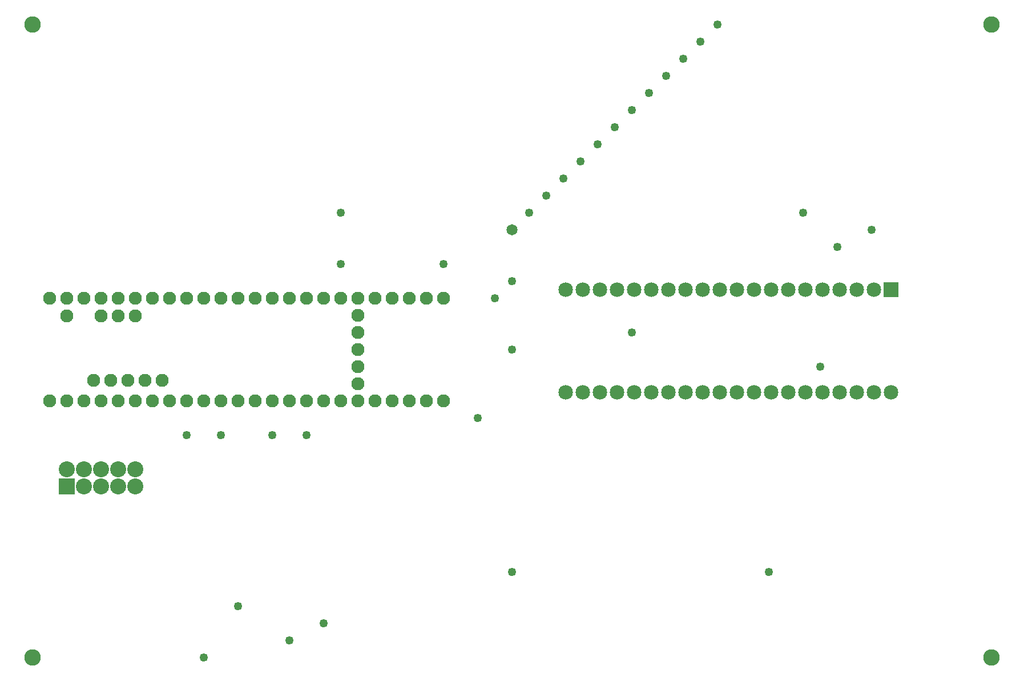
<source format=gts>
G04 MADE WITH FRITZING*
G04 WWW.FRITZING.ORG*
G04 DOUBLE SIDED*
G04 HOLES PLATED*
G04 CONTOUR ON CENTER OF CONTOUR VECTOR*
%ASAXBY*%
%FSLAX23Y23*%
%MOIN*%
%OFA0B0*%
%SFA1.0B1.0*%
%ADD10C,0.049370*%
%ADD11C,0.076888*%
%ADD12C,0.065118*%
%ADD13C,0.072992*%
%ADD14C,0.093307*%
%ADD15C,0.089370*%
%ADD16C,0.085000*%
%ADD17C,0.096614*%
%ADD18R,0.093307X0.093307*%
%ADD19R,0.089370X0.089370*%
%ADD20R,0.085000X0.085000*%
%LNMASK1*%
G90*
G70*
G54D10*
X4147Y3818D03*
X4047Y3718D03*
X3947Y3618D03*
X3847Y3518D03*
X3747Y3418D03*
X2947Y618D03*
X2847Y2218D03*
X4447Y618D03*
X3647Y2018D03*
X3147Y2818D03*
X1847Y318D03*
X1747Y1418D03*
X2547Y2418D03*
X2747Y1518D03*
X2947Y2318D03*
X2947Y1918D03*
X3547Y3218D03*
X3647Y3318D03*
X3447Y3118D03*
X3347Y3018D03*
X3247Y2918D03*
X3047Y2718D03*
X1547Y1418D03*
X1647Y218D03*
X5047Y2618D03*
X4647Y2718D03*
X4847Y2518D03*
X1347Y418D03*
G54D11*
X1547Y2218D03*
X1447Y2218D03*
X1347Y2218D03*
X1247Y2218D03*
X1147Y2218D03*
X1047Y2218D03*
X947Y2218D03*
X847Y2218D03*
X747Y2218D03*
X647Y2218D03*
X547Y2218D03*
X447Y2218D03*
X347Y2218D03*
X247Y2218D03*
X347Y2115D03*
X647Y2115D03*
X547Y2115D03*
X1547Y1618D03*
X1447Y1618D03*
X1347Y1618D03*
X1247Y1618D03*
X1147Y1618D03*
X1047Y1618D03*
X947Y1618D03*
X847Y1618D03*
X747Y1618D03*
X647Y1618D03*
X547Y1618D03*
X447Y1618D03*
X347Y1618D03*
X247Y1618D03*
X747Y2115D03*
X2047Y1818D03*
X2047Y1718D03*
X2047Y1918D03*
X2047Y2118D03*
X2047Y2018D03*
X2547Y2218D03*
X2447Y2218D03*
X2347Y2218D03*
X2247Y2218D03*
X2147Y2218D03*
X2047Y2218D03*
X1947Y2218D03*
X1847Y2218D03*
X1747Y2218D03*
X1647Y2218D03*
X2547Y1618D03*
X2447Y1618D03*
X2347Y1618D03*
X2247Y1618D03*
X2147Y1618D03*
X2047Y1618D03*
X1947Y1618D03*
X1847Y1618D03*
X1747Y1618D03*
X1647Y1618D03*
X902Y1739D03*
X802Y1739D03*
X702Y1739D03*
X602Y1739D03*
X502Y1739D03*
X1547Y2218D03*
X1447Y2218D03*
X1347Y2218D03*
X1247Y2218D03*
X1147Y2218D03*
X1047Y2218D03*
X947Y2218D03*
X847Y2218D03*
X747Y2218D03*
X647Y2218D03*
X547Y2218D03*
X447Y2218D03*
X347Y2218D03*
X247Y2218D03*
X347Y2115D03*
X647Y2115D03*
X547Y2115D03*
X1547Y1618D03*
X1447Y1618D03*
X1347Y1618D03*
X1247Y1618D03*
X1147Y1618D03*
X1047Y1618D03*
X947Y1618D03*
X847Y1618D03*
X747Y1618D03*
X647Y1618D03*
X547Y1618D03*
X447Y1618D03*
X347Y1618D03*
X247Y1618D03*
X747Y2115D03*
X2047Y1818D03*
X2047Y1718D03*
X2047Y1918D03*
X2047Y2118D03*
X2047Y2018D03*
X2547Y2218D03*
X2447Y2218D03*
X2347Y2218D03*
X2247Y2218D03*
X2147Y2218D03*
X2047Y2218D03*
X1947Y2218D03*
X1847Y2218D03*
X1747Y2218D03*
X1647Y2218D03*
X2547Y1618D03*
X2447Y1618D03*
X2347Y1618D03*
X2247Y1618D03*
X2147Y1618D03*
X2047Y1618D03*
X1947Y1618D03*
X1847Y1618D03*
X1747Y1618D03*
X1647Y1618D03*
X902Y1739D03*
X802Y1739D03*
X702Y1739D03*
X602Y1739D03*
X502Y1739D03*
G54D10*
X1147Y118D03*
X1047Y1418D03*
X1247Y1418D03*
G54D12*
X2947Y2618D03*
G54D13*
X347Y2218D03*
X1947Y1618D03*
X1847Y1618D03*
X1747Y1618D03*
X1647Y1618D03*
X1547Y1618D03*
X1447Y1618D03*
X1347Y1618D03*
X1247Y1618D03*
X1147Y1618D03*
X1047Y1618D03*
X947Y1618D03*
X847Y1618D03*
X747Y1618D03*
X647Y1618D03*
X547Y1618D03*
X447Y1618D03*
X347Y1618D03*
X247Y1618D03*
X1847Y2218D03*
X1747Y2218D03*
X1647Y2218D03*
X1547Y2218D03*
X1447Y2218D03*
X1347Y2218D03*
X1247Y2218D03*
X1147Y2218D03*
X1047Y2218D03*
X947Y2218D03*
X447Y2218D03*
X847Y2218D03*
X747Y2218D03*
X647Y2218D03*
X547Y2218D03*
X1947Y2218D03*
X2047Y1618D03*
X2147Y1618D03*
X2247Y1618D03*
X2347Y1618D03*
X2447Y1618D03*
X2547Y1618D03*
X2047Y2218D03*
X2147Y2218D03*
X2247Y2218D03*
X2347Y2218D03*
X2447Y2218D03*
X2547Y2218D03*
X247Y2218D03*
G54D14*
X347Y1218D03*
X447Y1218D03*
X547Y1218D03*
X647Y1218D03*
X747Y1218D03*
X347Y1118D03*
X447Y1118D03*
X547Y1118D03*
X647Y1118D03*
X747Y1118D03*
G54D15*
X347Y1218D03*
X447Y1218D03*
X547Y1218D03*
X647Y1218D03*
X747Y1218D03*
X347Y1118D03*
X447Y1118D03*
X547Y1118D03*
X647Y1118D03*
X747Y1118D03*
G54D16*
X5158Y2268D03*
X5158Y1668D03*
X5058Y2268D03*
X5058Y1668D03*
X4958Y2268D03*
X4958Y1668D03*
X4858Y2268D03*
X4858Y1668D03*
X4758Y2268D03*
X4758Y1668D03*
X4658Y2268D03*
X4658Y1668D03*
X4558Y2268D03*
X4558Y1668D03*
X4458Y2268D03*
X4458Y1668D03*
X4358Y2268D03*
X4358Y1668D03*
X4258Y2268D03*
X4258Y1668D03*
X4158Y2268D03*
X4158Y1668D03*
X4058Y2268D03*
X4058Y1668D03*
X3958Y2268D03*
X3958Y1668D03*
X3858Y2268D03*
X3858Y1668D03*
X3758Y2268D03*
X3758Y1668D03*
X3658Y2268D03*
X3658Y1668D03*
X3558Y2268D03*
X3558Y1668D03*
X3458Y2268D03*
X3458Y1668D03*
X3358Y2268D03*
X3358Y1668D03*
X3258Y2268D03*
X3258Y1668D03*
G54D10*
X4747Y1818D03*
X2047Y1718D03*
X1947Y2718D03*
G54D17*
X5747Y3818D03*
X5747Y118D03*
X147Y118D03*
X147Y3818D03*
G54D10*
X1947Y2418D03*
G54D18*
X347Y1118D03*
G54D19*
X347Y1118D03*
G54D20*
X5158Y2268D03*
G04 End of Mask1*
M02*
</source>
